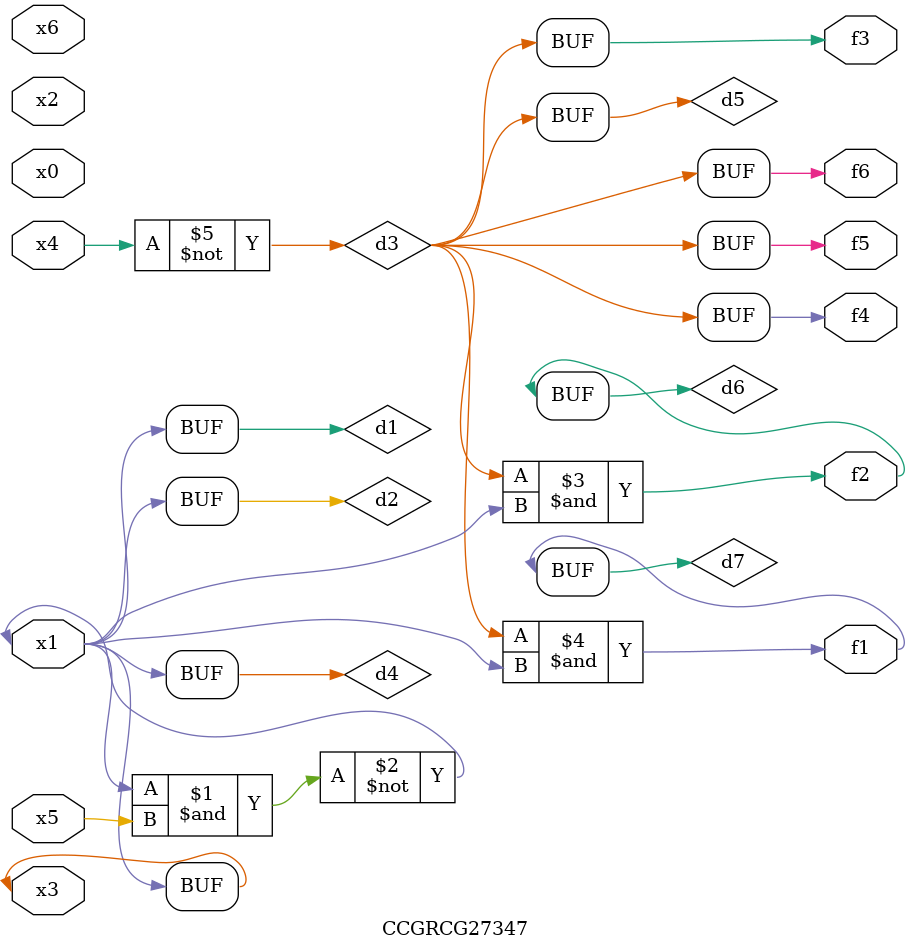
<source format=v>
module CCGRCG27347(
	input x0, x1, x2, x3, x4, x5, x6,
	output f1, f2, f3, f4, f5, f6
);

	wire d1, d2, d3, d4, d5, d6, d7;

	buf (d1, x1, x3);
	nand (d2, x1, x5);
	not (d3, x4);
	buf (d4, d1, d2);
	buf (d5, d3);
	and (d6, d3, d4);
	and (d7, d3, d4);
	assign f1 = d7;
	assign f2 = d6;
	assign f3 = d5;
	assign f4 = d5;
	assign f5 = d5;
	assign f6 = d5;
endmodule

</source>
